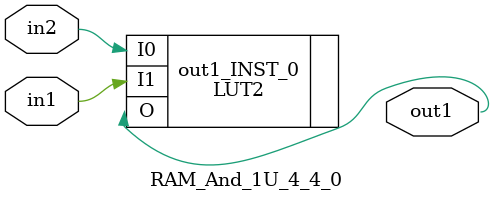
<source format=v>
`timescale 1 ps / 1 ps

(* STRUCTURAL_NETLIST = "yes" *)
module RAM_And_1U_4_4_0
   (in2,
    in1,
    out1);
  input in2;
  input in1;
  output out1;

  wire in1;
  wire in2;
  wire out1;

LUT2 #(
    .INIT(4'h8)) 
     out1_INST_0
       (.I0(in2),
        .I1(in1),
        .O(out1));
endmodule


</source>
